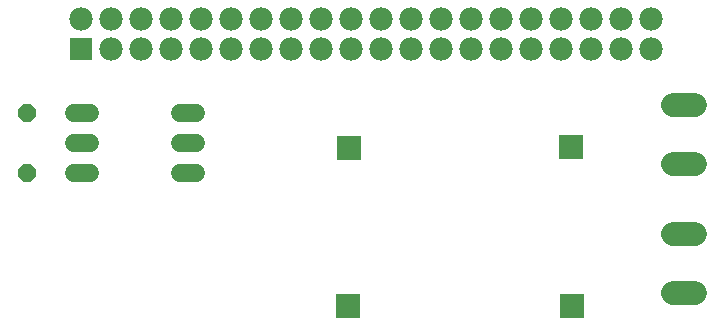
<source format=gbs>
G75*
%MOIN*%
%OFA0B0*%
%FSLAX24Y24*%
%IPPOS*%
%LPD*%
%AMOC8*
5,1,8,0,0,1.08239X$1,22.5*
%
%ADD10R,0.0780X0.0780*%
%ADD11C,0.0780*%
%ADD12C,0.0600*%
%ADD13OC8,0.0600*%
%ADD14C,0.0785*%
%ADD15R,0.0789X0.0789*%
D10*
X003795Y010433D03*
D11*
X004795Y010433D03*
X005795Y010433D03*
X006795Y010433D03*
X007795Y010433D03*
X008795Y010433D03*
X009795Y010433D03*
X010795Y010433D03*
X011795Y010433D03*
X012795Y010433D03*
X013795Y010433D03*
X014795Y010433D03*
X015795Y010433D03*
X016795Y010433D03*
X017795Y010433D03*
X018795Y010433D03*
X019795Y010433D03*
X020795Y010433D03*
X021795Y010433D03*
X022795Y010433D03*
X022795Y011433D03*
X021795Y011433D03*
X020795Y011433D03*
X019795Y011433D03*
X018795Y011433D03*
X017795Y011433D03*
X016795Y011433D03*
X015795Y011433D03*
X014795Y011433D03*
X013795Y011433D03*
X012795Y011433D03*
X011795Y011433D03*
X010795Y011433D03*
X009795Y011433D03*
X008795Y011433D03*
X007795Y011433D03*
X006795Y011433D03*
X005795Y011433D03*
X004795Y011433D03*
X003795Y011433D03*
D12*
X003580Y008300D02*
X004100Y008300D01*
X004100Y007300D02*
X003580Y007300D01*
X003580Y006300D02*
X004100Y006300D01*
X007100Y006300D02*
X007620Y006300D01*
X007620Y007300D02*
X007100Y007300D01*
X007100Y008300D02*
X007620Y008300D01*
D13*
X002000Y008300D03*
X002000Y006300D03*
D14*
X023548Y006616D02*
X024253Y006616D01*
X024253Y008584D02*
X023548Y008584D01*
X023548Y004284D02*
X024253Y004284D01*
X024253Y002316D02*
X023548Y002316D01*
D15*
X012710Y001859D03*
X020151Y001875D03*
X020143Y007166D03*
X012718Y007135D03*
M02*

</source>
